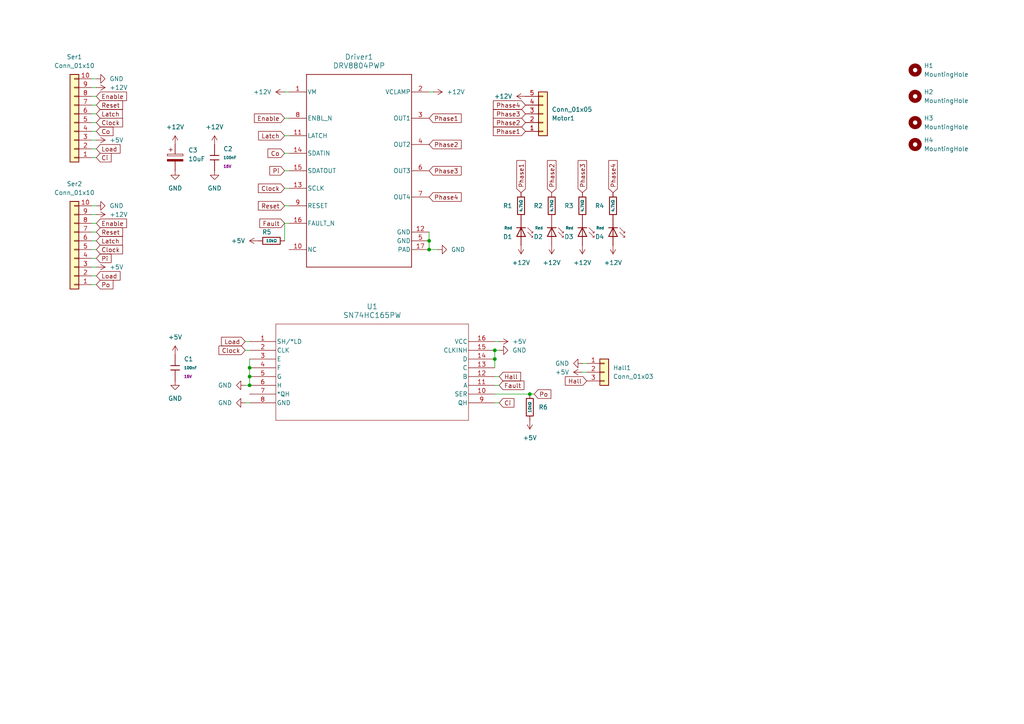
<source format=kicad_sch>
(kicad_sch (version 20250114) (generator "eeschema") (generator_version "9.0")
  (paper "A4")
  (lib_symbols
    (symbol "Connector_Generic:Conn_01x03" (pin_names (offset 1.016) (hide yes))
      (property "Reference" "J" (at 0 5.08 0))
      (property "Value" "Conn_01x03" (at 0 -5.08 0))
      (symbol "Conn_01x03_1_1"
        (rectangle (start -1.27 3.81) (end 1.27 -3.81) (stroke (width 0.254)) (fill (type background)))
        (rectangle (start -1.27 2.667) (end 0 2.413) (stroke (width 0.1524)))
        (rectangle (start -1.27 0.127) (end 0 -0.127) (stroke (width 0.1524)))
        (rectangle (start -1.27 -2.413) (end 0 -2.667) (stroke (width 0.1524)))
        (pin passive line (at -5.08 2.54 0) (length 3.81) (name "Pin_1") (number "1"))
        (pin passive line (at -5.08 0 0) (length 3.81) (name "Pin_2") (number "2"))
        (pin passive line (at -5.08 -2.54 0) (length 3.81) (name "Pin_3") (number "3"))
      )
    )
    (symbol "Connector_Generic:Conn_01x05" (pin_names (offset 1.016) (hide yes))
      (property "Reference" "J" (at 0 7.62 0))
      (property "Value" "Conn_01x05" (at 0 -7.62 0))
      (symbol "Conn_01x05_1_1"
        (rectangle (start -1.27 6.35) (end 1.27 -6.35) (stroke (width 0.254)) (fill (type background)))
        (rectangle (start -1.27 5.207) (end 0 4.953) (stroke (width 0.1524)))
        (rectangle (start -1.27 2.667) (end 0 2.413) (stroke (width 0.1524)))
        (rectangle (start -1.27 0.127) (end 0 -0.127) (stroke (width 0.1524)))
        (rectangle (start -1.27 -2.413) (end 0 -2.667) (stroke (width 0.1524)))
        (rectangle (start -1.27 -4.953) (end 0 -5.207) (stroke (width 0.1524)))
        (pin passive line (at -5.08 5.08 0) (length 3.81) (name "Pin_1") (number "1"))
        (pin passive line (at -5.08 2.54 0) (length 3.81) (name "Pin_2") (number "2"))
        (pin passive line (at -5.08 0 0) (length 3.81) (name "Pin_3") (number "3"))
        (pin passive line (at -5.08 -2.54 0) (length 3.81) (name "Pin_4") (number "4"))
        (pin passive line (at -5.08 -5.08 0) (length 3.81) (name "Pin_5") (number "5"))
      )
    )
    (symbol "Connector_Generic:Conn_01x10" (pin_names (offset 1.016) (hide yes))
      (property "Reference" "J" (at 0 12.7 0))
      (property "Value" "Conn_01x10" (at 0 -15.24 0))
      (symbol "Conn_01x10_1_1"
        (rectangle (start -1.27 11.43) (end 1.27 -13.97) (stroke (width 0.254)) (fill (type background)))
        (rectangle (start -1.27 10.287) (end 0 10.033) (stroke (width 0.1524)))
        (rectangle (start -1.27 7.747) (end 0 7.493) (stroke (width 0.1524)))
        (rectangle (start -1.27 5.207) (end 0 4.953) (stroke (width 0.1524)))
        (rectangle (start -1.27 2.667) (end 0 2.413) (stroke (width 0.1524)))
        (rectangle (start -1.27 0.127) (end 0 -0.127) (stroke (width 0.1524)))
        (rectangle (start -1.27 -2.413) (end 0 -2.667) (stroke (width 0.1524)))
        (rectangle (start -1.27 -4.953) (end 0 -5.207) (stroke (width 0.1524)))
        (rectangle (start -1.27 -7.493) (end 0 -7.747) (stroke (width 0.1524)))
        (rectangle (start -1.27 -10.033) (end 0 -10.287) (stroke (width 0.1524)))
        (rectangle (start -1.27 -12.573) (end 0 -12.827) (stroke (width 0.1524)))
        (pin passive line (at -5.08 10.16 0) (length 3.81) (name "Pin_1") (number "1"))
        (pin passive line (at -5.08 7.62 0) (length 3.81) (name "Pin_2") (number "2"))
        (pin passive line (at -5.08 5.08 0) (length 3.81) (name "Pin_3") (number "3"))
        (pin passive line (at -5.08 2.54 0) (length 3.81) (name "Pin_4") (number "4"))
        (pin passive line (at -5.08 0 0) (length 3.81) (name "Pin_5") (number "5"))
        (pin passive line (at -5.08 -2.54 0) (length 3.81) (name "Pin_6") (number "6"))
        (pin passive line (at -5.08 -5.08 0) (length 3.81) (name "Pin_7") (number "7"))
        (pin passive line (at -5.08 -7.62 0) (length 3.81) (name "Pin_8") (number "8"))
        (pin passive line (at -5.08 -10.16 0) (length 3.81) (name "Pin_9") (number "9"))
        (pin passive line (at -5.08 -12.7 0) (length 3.81) (name "Pin_10") (number "10"))
      )
    )
    (symbol "DRV8804:DRV8804PWP" (pin_names (offset 0.254))
      (property "Reference" "U" (at 0 2.54 0))
      (property "Value" "DRV8804PWP" (at 0 0 0))
      (symbol "DRV8804PWP_0_1"
        (polyline (pts (xy -15.24 27.94) (xy -15.24 -27.94)) (stroke (width 0.2032)))
        (polyline (pts (xy -15.24 -27.94) (xy 15.24 -27.94)) (stroke (width 0.2032)))
        (polyline (pts (xy 15.24 27.94) (xy -15.24 27.94)) (stroke (width 0.2032)))
        (polyline (pts (xy 15.24 -27.94) (xy 15.24 27.94)) (stroke (width 0.2032)))
        (pin power_in line (at -20.32 22.86 0) (length 5.08) (name "VM") (number "1"))
        (pin input line (at -20.32 15.24 0) (length 5.08) (name "ENBL_N") (number "8"))
        (pin input line (at -20.32 10.16 0) (length 5.08) (name "LATCH") (number "11"))
        (pin input line (at -20.32 5.08 0) (length 5.08) (name "SDATIN") (number "14"))
        (pin output line (at -20.32 0 0) (length 5.08) (name "SDATOUT") (number "15"))
        (pin input line (at -20.32 -5.08 0) (length 5.08) (name "SCLK") (number "13"))
        (pin input line (at -20.32 -10.16 0) (length 5.08) (name "RESET") (number "9"))
        (pin output line (at -20.32 -15.24 0) (length 5.08) (name "FAULT_N") (number "16"))
        (pin unspecified line (at -20.32 -22.86 0) (length 5.08) (name "NC") (number "10"))
        (pin output line (at 20.32 22.86 180) (length 5.08) (name "VCLAMP") (number "2"))
        (pin output line (at 20.32 15.24 180) (length 5.08) (name "OUT1") (number "3"))
        (pin output line (at 20.32 7.62 180) (length 5.08) (name "OUT2") (number "4"))
        (pin output line (at 20.32 0 180) (length 5.08) (name "OUT3") (number "6"))
        (pin output line (at 20.32 -7.62 180) (length 5.08) (name "OUT4") (number "7"))
        (pin power_in line (at 20.32 -17.78 180) (length 5.08) (name "GND") (number "12"))
        (pin power_in line (at 20.32 -20.32 180) (length 5.08) (name "GND") (number "5"))
        (pin power_in line (at 20.32 -22.86 180) (length 5.08) (name "PAD") (number "17"))
      )
    )
    (symbol "Device:C_Polarized" (pin_numbers (hide yes)) (pin_names (offset 0.254))
      (property "Reference" "C" (at 0.635 2.54 0))
      (property "Value" "C_Polarized" (at 0.635 -2.54 0))
      (symbol "C_Polarized_0_1"
        (rectangle (start -2.286 0.508) (end 2.286 1.016))
        (polyline (pts (xy -1.778 2.286) (xy -0.762 2.286)))
        (polyline (pts (xy -1.27 2.794) (xy -1.27 1.778)))
        (rectangle (start 2.286 -0.508) (end -2.286 -1.016) (fill (type outline)))
      )
      (symbol "C_Polarized_1_1"
        (pin passive line (at 0 3.81 270) (length 2.794) (name "~") (number "1"))
        (pin passive line (at 0 -3.81 90) (length 2.794) (name "~") (number "2"))
      )
    )
    (symbol "Mechanical:MountingHole" (pin_names (offset 1.016)) (in_bom no)
      (property "Reference" "H" (at 0 5.08 0))
      (property "Value" "MountingHole" (at 0 3.175 0))
      (symbol "MountingHole_0_1"
        (circle (center 0 0) (radius 1.27) (stroke (width 1.27)))
      )
    )
    (symbol "PCM_JLCPCB-Capacitors:0402,100nF" (pin_numbers (hide yes)) (pin_names (offset 0))
      (property "Reference" "C" (at 2.032 1.668 0))
      (property "Value" "100nF" (at 2.032 -0.3782 0))
      (property "Voltage Rated" "16V" (at 2.032 -2.0462 0))
      (symbol "0402,100nF_0_1"
        (polyline (pts (xy -1.27 0.635) (xy 1.27 0.635)) (stroke (width 0.254)))
        (polyline (pts (xy -1.27 -0.635) (xy 1.27 -0.635)) (stroke (width 0.254)))
      )
      (symbol "0402,100nF_1_1"
        (pin passive line (at 0 3.81 270) (length 3.175) (name "~") (number "1"))
        (pin passive line (at 0 -3.81 90) (length 3.175) (name "~") (number "2"))
      )
    )
    (symbol "PCM_JLCPCB-Diodes:LED,0603,Red" (pin_numbers (hide yes)) (pin_names (offset 0))
      (property "Reference" "D" (at 2.032 0.834 0))
      (property "Value" "Red" (at 2.032 -1.2122 0))
      (symbol "LED,0603,Red_0_1"
        (polyline (pts (xy -1.905 0) (xy -3.429 1.524) (xy -3.429 1.016) (xy -3.429 1.524) (xy -2.921 1.524)) (stroke (width 0.127)))
        (polyline (pts (xy -1.905 -1.27) (xy -3.429 0.254) (xy -3.429 -0.254) (xy -3.429 0.254) (xy -2.921 0.254)) (stroke (width 0.127)))
        (polyline (pts (xy -1.27 1.27) (xy 0 -1.27) (xy 1.27 1.27) (xy -1.27 1.27)) (stroke (width 0.254)))
        (polyline (pts (xy -1.27 -1.27) (xy 1.27 -1.27)) (stroke (width 0.254)))
      )
      (symbol "LED,0603,Red_1_1"
        (pin passive line (at 0 3.81 270) (length 3.81) (name "~") (number "2"))
        (pin passive line (at 0 -3.81 90) (length 3.81) (name "~") (number "1"))
      )
    )
    (symbol "PCM_JLCPCB-Resistors:0402,10kΩ" (pin_numbers (hide yes)) (pin_names (offset 0))
      (property "Reference" "R" (at 1.778 0 0))
      (property "Value" "10kΩ" (at 0 0 90))
      (symbol "0402,10kΩ_0_1"
        (rectangle (start -1.016 2.54) (end 1.016 -2.54) (stroke (width 0.254)))
      )
      (symbol "0402,10kΩ_1_1"
        (pin passive line (at 0 3.81 270) (length 1.27) (name "~") (number "1"))
        (pin passive line (at 0 -3.81 90) (length 1.27) (name "~") (number "2"))
      )
    )
    (symbol "PCM_JLCPCB-Resistors:0603,4.7kΩ" (pin_numbers (hide yes)) (pin_names (offset 0))
      (property "Reference" "R" (at 1.778 0 0))
      (property "Value" "4.7kΩ" (at 0 0 90))
      (symbol "0603,4.7kΩ_0_1"
        (rectangle (start -1.016 2.54) (end 1.016 -2.54) (stroke (width 0.254)))
      )
      (symbol "0603,4.7kΩ_1_1"
        (pin passive line (at 0 3.81 270) (length 1.27) (name "~") (number "1"))
        (pin passive line (at 0 -3.81 90) (length 1.27) (name "~") (number "2"))
      )
    )
    (symbol "SN74HC165:SN74HC165PW" (pin_names (offset 0.254))
      (property "Reference" "U" (at 35.56 10.16 0))
      (property "Value" "SN74HC165PW" (at 35.56 7.62 0))
      (symbol "SN74HC165PW_0_1"
        (polyline (pts (xy 7.62 5.08) (xy 7.62 -22.86)) (stroke (width 0.127)))
        (polyline (pts (xy 7.62 -22.86) (xy 63.5 -22.86)) (stroke (width 0.127)))
        (polyline (pts (xy 63.5 5.08) (xy 7.62 5.08)) (stroke (width 0.127)))
        (polyline (pts (xy 63.5 -22.86) (xy 63.5 5.08)) (stroke (width 0.127)))
        (pin input line (at 0 0 0) (length 7.62) (name "SH/*LD") (number "1"))
        (pin input line (at 0 -2.54 0) (length 7.62) (name "CLK") (number "2"))
        (pin input line (at 0 -5.08 0) (length 7.62) (name "E") (number "3"))
        (pin input line (at 0 -7.62 0) (length 7.62) (name "F") (number "4"))
        (pin input line (at 0 -10.16 0) (length 7.62) (name "G") (number "5"))
        (pin input line (at 0 -12.7 0) (length 7.62) (name "H") (number "6"))
        (pin output line (at 0 -15.24 0) (length 7.62) (name "*QH") (number "7"))
        (pin power_in line (at 0 -17.78 0) (length 7.62) (name "GND") (number "8"))
        (pin power_in line (at 71.12 0 180) (length 7.62) (name "VCC") (number "16"))
        (pin input line (at 71.12 -2.54 180) (length 7.62) (name "CLKINH") (number "15"))
        (pin input line (at 71.12 -5.08 180) (length 7.62) (name "D") (number "14"))
        (pin input line (at 71.12 -7.62 180) (length 7.62) (name "C") (number "13"))
        (pin input line (at 71.12 -10.16 180) (length 7.62) (name "B") (number "12"))
        (pin input line (at 71.12 -12.7 180) (length 7.62) (name "A") (number "11"))
        (pin input line (at 71.12 -15.24 180) (length 7.62) (name "SER") (number "10"))
        (pin output line (at 71.12 -17.78 180) (length 7.62) (name "QH") (number "9"))
      )
    )
    (symbol "power:+12V" (power) (pin_numbers (hide yes)) (pin_names (offset 0) (hide yes))
      (property "Value" "+12V" (at 0 3.556 0))
      (symbol "+12V_0_1"
        (polyline (pts (xy -0.762 1.27) (xy 0 2.54)))
        (polyline (pts (xy 0 2.54) (xy 0.762 1.27)))
        (polyline (pts (xy 0 0) (xy 0 2.54)))
      )
      (symbol "+12V_1_1"
        (pin power_in line (at 0 0 90) (length 0) (name "~") (number "1"))
      )
    )
    (symbol "power:+5V" (power) (pin_numbers (hide yes)) (pin_names (offset 0) (hide yes))
      (property "Value" "+5V" (at 0 3.556 0))
      (symbol "+5V_0_1"
        (polyline (pts (xy -0.762 1.27) (xy 0 2.54)))
        (polyline (pts (xy 0 2.54) (xy 0.762 1.27)))
        (polyline (pts (xy 0 0) (xy 0 2.54)))
      )
      (symbol "+5V_1_1"
        (pin power_in line (at 0 0 90) (length 0) (name "~") (number "1"))
      )
    )
    (symbol "power:GND" (power) (pin_numbers (hide yes)) (pin_names (offset 0) (hide yes))
      (property "Value" "GND" (at 0 -3.81 0))
      (symbol "GND_0_1"
        (polyline (pts (xy 0 0) (xy 0 -1.27) (xy 1.27 -1.27) (xy 0 -2.54) (xy -1.27 -1.27) (xy 0 -1.27)))
      )
      (symbol "GND_1_1"
        (pin power_in line (at 0 0 270) (length 0) (name "~") (number "1"))
      )
    )
  )
  (junction (at 143.51 101.6))
  (junction (at 72.39 109.22))
  (junction (at 143.51 104.14))
  (junction (at 153.67 114.3))
  (junction (at 72.39 111.76))
  (junction (at 124.46 72.39))
  (junction (at 124.46 69.85))
  (junction (at 72.39 106.68))
  (wire (pts (xy 82.55 34.29) (xy 83.82 34.29)))
  (wire (pts (xy 124.46 67.31) (xy 124.46 69.85)))
  (wire (pts (xy 26.67 45.72) (xy 27.94 45.72)))
  (wire (pts (xy 82.55 44.45) (xy 83.82 44.45)))
  (wire (pts (xy 71.12 111.76) (xy 72.39 111.76)))
  (wire (pts (xy 71.12 99.06) (xy 72.39 99.06)))
  (wire (pts (xy 72.39 109.22) (xy 72.39 111.76)))
  (wire (pts (xy 82.55 54.61) (xy 83.82 54.61)))
  (wire (pts (xy 82.55 49.53) (xy 83.82 49.53)))
  (wire (pts (xy 143.51 99.06) (xy 144.78 99.06)))
  (wire (pts (xy 27.94 64.77) (xy 26.67 64.77)))
  (wire (pts (xy 153.67 114.3) (xy 154.94 114.3)))
  (wire (pts (xy 27.94 69.85) (xy 26.67 69.85)))
  (wire (pts (xy 26.67 38.1) (xy 27.94 38.1)))
  (wire (pts (xy 72.39 104.14) (xy 72.39 106.68)))
  (wire (pts (xy 168.91 105.41) (xy 170.18 105.41)))
  (wire (pts (xy 26.67 59.69) (xy 27.94 59.69)))
  (wire (pts (xy 26.67 22.86) (xy 27.94 22.86)))
  (wire (pts (xy 82.55 64.77) (xy 83.82 64.77)))
  (wire (pts (xy 143.51 116.84) (xy 144.78 116.84)))
  (wire (pts (xy 143.51 101.6) (xy 144.78 101.6)))
  (wire (pts (xy 27.94 67.31) (xy 26.67 67.31)))
  (wire (pts (xy 144.78 111.76) (xy 143.51 111.76)))
  (wire (pts (xy 124.46 69.85) (xy 124.46 72.39)))
  (wire (pts (xy 144.78 109.22) (xy 143.51 109.22)))
  (wire (pts (xy 143.51 114.3) (xy 153.67 114.3)))
  (wire (pts (xy 82.55 39.37) (xy 83.82 39.37)))
  (wire (pts (xy 125.73 26.67) (xy 124.46 26.67)))
  (wire (pts (xy 26.67 82.55) (xy 27.94 82.55)))
  (wire (pts (xy 124.46 72.39) (xy 127 72.39)))
  (wire (pts (xy 26.67 62.23) (xy 27.94 62.23)))
  (wire (pts (xy 82.55 59.69) (xy 83.82 59.69)))
  (wire (pts (xy 26.67 25.4) (xy 27.94 25.4)))
  (wire (pts (xy 26.67 74.93) (xy 27.94 74.93)))
  (wire (pts (xy 27.94 27.94) (xy 26.67 27.94)))
  (wire (pts (xy 143.51 101.6) (xy 143.51 104.14)))
  (wire (pts (xy 71.12 101.6) (xy 72.39 101.6)))
  (wire (pts (xy 26.67 77.47) (xy 27.94 77.47)))
  (wire (pts (xy 82.55 26.67) (xy 83.82 26.67)))
  (wire (pts (xy 27.94 72.39) (xy 26.67 72.39)))
  (wire (pts (xy 26.67 43.18) (xy 27.94 43.18)))
  (wire (pts (xy 27.94 33.02) (xy 26.67 33.02)))
  (wire (pts (xy 27.94 35.56) (xy 26.67 35.56)))
  (wire (pts (xy 71.12 116.84) (xy 72.39 116.84)))
  (wire (pts (xy 72.39 106.68) (xy 72.39 109.22)))
  (wire (pts (xy 27.94 30.48) (xy 26.67 30.48)))
  (wire (pts (xy 26.67 80.01) (xy 27.94 80.01)))
  (wire (pts (xy 168.91 107.95) (xy 170.18 107.95)))
  (wire (pts (xy 26.67 40.64) (xy 27.94 40.64)))
  (wire (pts (xy 143.51 104.14) (xy 143.51 106.68)))
  (wire (pts (xy 82.55 64.77) (xy 82.55 69.85)))
  (global_label "Latch" (shape input) (at 27.94 69.85 0) (property "Intersheetrefs" "${INTERSHEET_REFS}" (effects (hide yes))))
  (global_label "Pi" (shape input) (at 82.55 49.53 180) (property "Intersheetrefs" "${INTERSHEET_REFS}" (effects (hide yes))))
  (global_label "Phase2" (shape input) (at 124.46 41.91 0) (property "Intersheetrefs" "${INTERSHEET_REFS}" (effects (hide yes))))
  (global_label "Ci" (shape input) (at 144.78 116.84 0) (property "Intersheetrefs" "${INTERSHEET_REFS}" (effects (hide yes))))
  (global_label "Phase3" (shape input) (at 124.46 49.53 0) (property "Intersheetrefs" "${INTERSHEET_REFS}" (effects (hide yes))))
  (global_label "Reset" (shape input) (at 27.94 67.31 0) (property "Intersheetrefs" "${INTERSHEET_REFS}" (effects (hide yes))))
  (global_label "Pi" (shape input) (at 27.94 74.93 0) (property "Intersheetrefs" "${INTERSHEET_REFS}" (effects (hide yes))))
  (global_label "Fault" (shape input) (at 144.78 111.76 0) (property "Intersheetrefs" "${INTERSHEET_REFS}" (effects (hide yes))))
  (global_label "Phase2" (shape input) (at 160.02 55.88 90) (property "Intersheetrefs" "${INTERSHEET_REFS}" (effects (hide yes))))
  (global_label "Hall" (shape input) (at 144.78 109.22 0) (property "Intersheetrefs" "${INTERSHEET_REFS}" (effects (hide yes))))
  (global_label "Ci" (shape input) (at 27.94 45.72 0) (property "Intersheetrefs" "${INTERSHEET_REFS}" (effects (hide yes))))
  (global_label "Po" (shape input) (at 154.94 114.3 0) (property "Intersheetrefs" "${INTERSHEET_REFS}" (effects (hide yes))))
  (global_label "Phase4" (shape input) (at 177.8 55.88 90) (property "Intersheetrefs" "${INTERSHEET_REFS}" (effects (hide yes))))
  (global_label "Enable" (shape input) (at 27.94 27.94 0) (property "Intersheetrefs" "${INTERSHEET_REFS}" (effects (hide yes))))
  (global_label "Latch" (shape input) (at 27.94 33.02 0) (property "Intersheetrefs" "${INTERSHEET_REFS}" (effects (hide yes))))
  (global_label "Phase1" (shape input) (at 151.13 55.88 90) (property "Intersheetrefs" "${INTERSHEET_REFS}" (effects (hide yes))))
  (global_label "Enable" (shape input) (at 27.94 64.77 0) (property "Intersheetrefs" "${INTERSHEET_REFS}" (effects (hide yes))))
  (global_label "Latch" (shape input) (at 82.55 39.37 180) (property "Intersheetrefs" "${INTERSHEET_REFS}" (effects (hide yes))))
  (global_label "Fault" (shape input) (at 82.55 64.77 180) (property "Intersheetrefs" "${INTERSHEET_REFS}" (effects (hide yes))))
  (global_label "Clock" (shape input) (at 27.94 72.39 0) (property "Intersheetrefs" "${INTERSHEET_REFS}" (effects (hide yes))))
  (global_label "Phase4" (shape input) (at 152.4 30.48 180) (property "Intersheetrefs" "${INTERSHEET_REFS}" (effects (hide yes))))
  (global_label "Reset" (shape input) (at 27.94 30.48 0) (property "Intersheetrefs" "${INTERSHEET_REFS}" (effects (hide yes))))
  (global_label "Clock" (shape input) (at 71.12 101.6 180) (property "Intersheetrefs" "${INTERSHEET_REFS}" (effects (hide yes))))
  (global_label "Hall" (shape input) (at 170.18 110.49 180) (property "Intersheetrefs" "${INTERSHEET_REFS}" (effects (hide yes))))
  (global_label "Enable" (shape input) (at 82.55 34.29 180) (property "Intersheetrefs" "${INTERSHEET_REFS}" (effects (hide yes))))
  (global_label "Load" (shape input) (at 27.94 43.18 0) (property "Intersheetrefs" "${INTERSHEET_REFS}" (effects (hide yes))))
  (global_label "Phase1" (shape input) (at 152.4 38.1 180) (property "Intersheetrefs" "${INTERSHEET_REFS}" (effects (hide yes))))
  (global_label "Phase3" (shape input) (at 168.91 55.88 90) (property "Intersheetrefs" "${INTERSHEET_REFS}" (effects (hide yes))))
  (global_label "Co" (shape input) (at 27.94 38.1 0) (property "Intersheetrefs" "${INTERSHEET_REFS}" (effects (hide yes))))
  (global_label "Phase3" (shape input) (at 152.4 33.02 180) (property "Intersheetrefs" "${INTERSHEET_REFS}" (effects (hide yes))))
  (global_label "Clock" (shape input) (at 27.94 35.56 0) (property "Intersheetrefs" "${INTERSHEET_REFS}" (effects (hide yes))))
  (global_label "Load" (shape input) (at 27.94 80.01 0) (property "Intersheetrefs" "${INTERSHEET_REFS}" (effects (hide yes))))
  (global_label "Phase1" (shape input) (at 124.46 34.29 0) (property "Intersheetrefs" "${INTERSHEET_REFS}" (effects (hide yes))))
  (global_label "Co" (shape input) (at 82.55 44.45 180) (property "Intersheetrefs" "${INTERSHEET_REFS}" (effects (hide yes))))
  (global_label "Po" (shape input) (at 27.94 82.55 0) (property "Intersheetrefs" "${INTERSHEET_REFS}" (effects (hide yes))))
  (global_label "Reset" (shape input) (at 82.55 59.69 180) (property "Intersheetrefs" "${INTERSHEET_REFS}" (effects (hide yes))))
  (global_label "Load" (shape input) (at 71.12 99.06 180) (property "Intersheetrefs" "${INTERSHEET_REFS}" (effects (hide yes))))
  (global_label "Phase2" (shape input) (at 152.4 35.56 180) (property "Intersheetrefs" "${INTERSHEET_REFS}" (effects (hide yes))))
  (global_label "Clock" (shape input) (at 82.55 54.61 180) (property "Intersheetrefs" "${INTERSHEET_REFS}" (effects (hide yes))))
  (global_label "Phase4" (shape input) (at 124.46 57.15 0) (property "Intersheetrefs" "${INTERSHEET_REFS}" (effects (hide yes))))
  (symbol (lib_id "power:GND") (at 144.78 101.6 90) (unit 1)
    (property "Reference" "#PWR010" (effects (hide yes)))
    (property "Value" "GND" (at 148.59 101.5999 90) (effects (justify right)))
    (property "Description" "Power symbol creates a global label with name \"GND\" , ground" (effects (hide yes)))
  )
  (symbol (lib_id "power:+5V") (at 50.8 102.87 0) (unit 1)
    (property "Reference" "#PWR021" (effects (hide yes)))
    (property "Value" "+5V" (at 50.8 97.79 0))
    (property "Description" "Power symbol creates a global label with name \"+5V\"" (effects (hide yes)))
  )
  (symbol (lib_id "PCM_JLCPCB-Resistors:0603,4.7kΩ") (at 168.91 59.69 180) (unit 1)
    (property "Reference" "R3" (at 166.37 59.6901 0) (effects (justify left)))
    (property "Value" "4.7kΩ" (at 168.91 59.69 90) (effects (font (size 0.8 0.8))))
    (property "Footprint" "PCM_JLCPCB:R_0603" (effects (hide yes)))
    (property "Datasheet" "https://www.lcsc.com/datasheet/lcsc_datasheet_2206010116_UNI-ROYAL-Uniroyal-Elec-0603WAF4701T5E_C23162.pdf" (effects (hide yes)))
    (property "Description" "100mW Thick Film Resistors 75V ±100ppm/°C ±1% 4.7kΩ 0603 Chip Resistor - Surface Mount ROHS" (effects (hide yes)))
    (property "LCSC" "C23162" (effects (hide yes)))
    (property "Stock" "11302490" (effects (hide yes)))
    (property "Price" "0.004USD" (effects (hide yes)))
    (property "Process" "SMT" (effects (hide yes)))
    (property "Minimum Qty" "20" (effects (hide yes)))
    (property "Attrition Qty" "10" (effects (hide yes)))
    (property "Class" "Basic Component" (effects (hide yes)))
    (property "Category" "Resistors,Chip Resistor - Surface Mount" (effects (hide yes)))
    (property "Manufacturer" "UNI-ROYAL(Uniroyal Elec)" (effects (hide yes)))
    (property "Part" "0603WAF4701T5E" (effects (hide yes)))
    (property "Resistance" "4.7kΩ" (effects (hide yes)))
    (property "Power(Watts)" "100mW" (effects (hide yes)))
    (property "Type" "Thick Film Resistors" (effects (hide yes)))
    (property "Overload Voltage (Max)" "75V" (effects (hide yes)))
    (property "Operating Temperature Range" "-55°C~+155°C" (effects (hide yes)))
    (property "Tolerance" "±1%" (effects (hide yes)))
    (property "Temperature Coefficient" "±100ppm/°C" (effects (hide yes)))
  )
  (symbol (lib_id "power:GND") (at 27.94 22.86 90) (unit 1)
    (property "Reference" "#PWR015" (effects (hide yes)))
    (property "Value" "GND" (at 31.75 22.8599 90) (effects (justify right)))
    (property "Description" "Power symbol creates a global label with name \"GND\" , ground" (effects (hide yes)))
  )
  (symbol (lib_id "DRV8804:DRV8804PWP") (at 104.14 49.53 0) (unit 1)
    (property "Reference" "Driver1" (at 104.14 16.51 0) (effects (font (size 1.524 1.524))))
    (property "Value" "DRV8804PWP" (at 104.14 19.05 0) (effects (font (size 1.524 1.524))))
    (property "Footprint" "Package_SO:HTSSOP-16-1EP_4.4x5mm_P0.65mm_EP3.4x5mm" (effects (hide yes)))
    (property "Datasheet" "https://www.ti.com/lit/gpn/drv8804" (effects (hide yes)))
  )
  (symbol (lib_id "Connector_Generic:Conn_01x10") (at 21.59 35.56 180) (unit 1)
    (property "Reference" "Ser1" (at 21.59 16.51 0))
    (property "Value" "Conn_01x10" (at 21.59 19.05 0))
    (property "Footprint" "Connector_JST:JST_XA_B10B-XASK-1_1x10_P2.50mm_Vertical" (effects (hide yes)))
    (property "Description" "Generic connector, single row, 01x10, script generated (kicad-library-utils/schlib/autogen/connector/)" (effects (hide yes)))
  )
  (symbol (lib_id "PCM_JLCPCB-Resistors:0402,10kΩ") (at 153.67 118.11 0) (unit 1)
    (property "Reference" "R6" (at 156.21 118.1099 0) (effects (justify left)))
    (property "Value" "10kΩ" (at 153.67 118.11 90) (effects (font (size 0.8 0.8))))
    (property "Footprint" "PCM_JLCPCB:R_0402" (effects (hide yes)))
    (property "Datasheet" "https://www.lcsc.com/datasheet/lcsc_datasheet_2411221126_UNI-ROYAL-Uniroyal-Elec-0402WGF1002TCE_C25744.pdf" (effects (hide yes)))
    (property "Description" "62.5mW Thick Film Resistors 50V ±100ppm/°C ±1% 10kΩ 0402 Chip Resistor - Surface Mount ROHS" (effects (hide yes)))
    (property "LCSC" "C25744" (effects (hide yes)))
    (property "Stock" "24372091" (effects (hide yes)))
    (property "Price" "0.004USD" (effects (hide yes)))
    (property "Process" "SMT" (effects (hide yes)))
    (property "Minimum Qty" "20" (effects (hide yes)))
    (property "Attrition Qty" "10" (effects (hide yes)))
    (property "Class" "Basic Component" (effects (hide yes)))
    (property "Category" "Resistors,Chip Resistor - Surface Mount" (effects (hide yes)))
    (property "Manufacturer" "UNI-ROYAL(Uniroyal Elec)" (effects (hide yes)))
    (property "Part" "0402WGF1002TCE" (effects (hide yes)))
    (property "Resistance" "10kΩ" (effects (hide yes)))
    (property "Power(Watts)" "62.5mW" (effects (hide yes)))
    (property "Type" "Thick Film Resistors" (effects (hide yes)))
    (property "Overload Voltage (Max)" "50V" (effects (hide yes)))
    (property "Operating Temperature Range" "-55°C~+155°C" (effects (hide yes)))
    (property "Tolerance" "±1%" (effects (hide yes)))
    (property "Temperature Coefficient" "±100ppm/°C" (effects (hide yes)))
  )
  (symbol (lib_id "power:+12V") (at 50.8 41.91 0) (unit 1)
    (property "Reference" "#PWR025" (effects (hide yes)))
    (property "Value" "+12V" (at 50.8 36.83 0))
    (property "Description" "Power symbol creates a global label with name \"+12V\"" (effects (hide yes)))
  )
  (symbol (lib_id "power:+12V") (at 168.91 71.12 180) (unit 1)
    (property "Reference" "#PWR06" (effects (hide yes)))
    (property "Value" "+12V" (at 168.91 76.2 0))
    (property "Description" "Power symbol creates a global label with name \"+12V\"" (effects (hide yes)))
  )
  (symbol (lib_id "power:GND") (at 62.23 49.53 0) (unit 1)
    (property "Reference" "#PWR024" (effects (hide yes)))
    (property "Value" "GND" (at 62.23 54.61 0))
    (property "Description" "Power symbol creates a global label with name \"GND\" , ground" (effects (hide yes)))
  )
  (symbol (lib_id "PCM_JLCPCB-Resistors:0603,4.7kΩ") (at 177.8 59.69 180) (unit 1)
    (property "Reference" "R4" (at 175.26 59.6901 0) (effects (justify left)))
    (property "Value" "4.7kΩ" (at 177.8 59.69 90) (effects (font (size 0.8 0.8))))
    (property "Footprint" "PCM_JLCPCB:R_0603" (effects (hide yes)))
    (property "Datasheet" "https://www.lcsc.com/datasheet/lcsc_datasheet_2206010116_UNI-ROYAL-Uniroyal-Elec-0603WAF4701T5E_C23162.pdf" (effects (hide yes)))
    (property "Description" "100mW Thick Film Resistors 75V ±100ppm/°C ±1% 4.7kΩ 0603 Chip Resistor - Surface Mount ROHS" (effects (hide yes)))
    (property "LCSC" "C23162" (effects (hide yes)))
    (property "Stock" "11302490" (effects (hide yes)))
    (property "Price" "0.004USD" (effects (hide yes)))
    (property "Process" "SMT" (effects (hide yes)))
    (property "Minimum Qty" "20" (effects (hide yes)))
    (property "Attrition Qty" "10" (effects (hide yes)))
    (property "Class" "Basic Component" (effects (hide yes)))
    (property "Category" "Resistors,Chip Resistor - Surface Mount" (effects (hide yes)))
    (property "Manufacturer" "UNI-ROYAL(Uniroyal Elec)" (effects (hide yes)))
    (property "Part" "0603WAF4701T5E" (effects (hide yes)))
    (property "Resistance" "4.7kΩ" (effects (hide yes)))
    (property "Power(Watts)" "100mW" (effects (hide yes)))
    (property "Type" "Thick Film Resistors" (effects (hide yes)))
    (property "Overload Voltage (Max)" "75V" (effects (hide yes)))
    (property "Operating Temperature Range" "-55°C~+155°C" (effects (hide yes)))
    (property "Tolerance" "±1%" (effects (hide yes)))
    (property "Temperature Coefficient" "±100ppm/°C" (effects (hide yes)))
  )
  (symbol (lib_id "power:GND") (at 127 72.39 90) (unit 1)
    (property "Reference" "#PWR01" (effects (hide yes)))
    (property "Value" "GND" (at 130.81 72.3899 90) (effects (justify right)))
    (property "Description" "Power symbol creates a global label with name \"GND\" , ground" (effects (hide yes)))
  )
  (symbol (lib_id "power:+12V") (at 62.23 41.91 0) (unit 1)
    (property "Reference" "#PWR023" (effects (hide yes)))
    (property "Value" "+12V" (at 62.23 36.83 0))
    (property "Description" "Power symbol creates a global label with name \"+12V\"" (effects (hide yes)))
  )
  (symbol (lib_id "power:GND") (at 168.91 105.41 270) (unit 1)
    (property "Reference" "#PWR013" (effects (hide yes)))
    (property "Value" "GND" (at 165.1 105.4099 90) (effects (justify right)))
    (property "Description" "Power symbol creates a global label with name \"GND\" , ground" (effects (hide yes)))
  )
  (symbol (lib_id "power:GND") (at 71.12 116.84 270) (unit 1)
    (property "Reference" "#PWR012" (effects (hide yes)))
    (property "Value" "GND" (at 67.31 116.8399 90) (effects (justify right)))
    (property "Description" "Power symbol creates a global label with name \"GND\" , ground" (effects (hide yes)))
  )
  (symbol (lib_id "PCM_JLCPCB-Diodes:LED,0603,Red") (at 151.13 67.31 180) (unit 1)
    (property "Reference" "D1" (at 148.59 68.6754 0) (effects (justify left)))
    (property "Value" "Red" (at 148.59 66.1353 0) (effects (font (size 0.8 0.8)) (justify left)))
    (property "Footprint" "PCM_JLCPCB:D_0603" (effects (hide yes)))
    (property "Datasheet" "https://www.lcsc.com/datasheet/lcsc_datasheet_1810231112_Hubei-KENTO-Elec-KT-0603R_C2286.pdf" (effects (hide yes)))
    (property "Description" "-40°C~+85°C Red 0603 LED Indication - Discrete ROHS" (effects (hide yes)))
    (property "LCSC" "C2286" (effects (hide yes)))
    (property "Stock" "5373336" (effects (hide yes)))
    (property "Price" "0.009USD" (effects (hide yes)))
    (property "Process" "SMT" (effects (hide yes)))
    (property "Minimum Qty" "20" (effects (hide yes)))
    (property "Attrition Qty" "10" (effects (hide yes)))
    (property "Class" "Basic Component" (effects (hide yes)))
    (property "Category" "Optocouplers & LEDs & Infrared,Light Emitting Diodes (LED)" (effects (hide yes)))
    (property "Manufacturer" "Hubei KENTO Elec" (effects (hide yes)))
    (property "Part" "KT-0603R" (effects (hide yes)))
  )
  (symbol (lib_id "PCM_JLCPCB-Resistors:0603,4.7kΩ") (at 151.13 59.69 180) (unit 1)
    (property "Reference" "R1" (at 148.59 59.6901 0) (effects (justify left)))
    (property "Value" "4.7kΩ" (at 151.13 59.69 90) (effects (font (size 0.8 0.8))))
    (property "Footprint" "PCM_JLCPCB:R_0603" (effects (hide yes)))
    (property "Datasheet" "https://www.lcsc.com/datasheet/lcsc_datasheet_2206010116_UNI-ROYAL-Uniroyal-Elec-0603WAF4701T5E_C23162.pdf" (effects (hide yes)))
    (property "Description" "100mW Thick Film Resistors 75V ±100ppm/°C ±1% 4.7kΩ 0603 Chip Resistor - Surface Mount ROHS" (effects (hide yes)))
    (property "LCSC" "C23162" (effects (hide yes)))
    (property "Stock" "11302490" (effects (hide yes)))
    (property "Price" "0.004USD" (effects (hide yes)))
    (property "Process" "SMT" (effects (hide yes)))
    (property "Minimum Qty" "20" (effects (hide yes)))
    (property "Attrition Qty" "10" (effects (hide yes)))
    (property "Class" "Basic Component" (effects (hide yes)))
    (property "Category" "Resistors,Chip Resistor - Surface Mount" (effects (hide yes)))
    (property "Manufacturer" "UNI-ROYAL(Uniroyal Elec)" (effects (hide yes)))
    (property "Part" "0603WAF4701T5E" (effects (hide yes)))
    (property "Resistance" "4.7kΩ" (effects (hide yes)))
    (property "Power(Watts)" "100mW" (effects (hide yes)))
    (property "Type" "Thick Film Resistors" (effects (hide yes)))
    (property "Overload Voltage (Max)" "75V" (effects (hide yes)))
    (property "Operating Temperature Range" "-55°C~+155°C" (effects (hide yes)))
    (property "Tolerance" "±1%" (effects (hide yes)))
    (property "Temperature Coefficient" "±100ppm/°C" (effects (hide yes)))
  )
  (symbol (lib_id "Mechanical:MountingHole") (at 265.43 20.32 0) (unit 1) (in_bom no)
    (property "Reference" "H1" (at 267.97 19.0499 0) (effects (justify left)))
    (property "Value" "MountingHole" (at 267.97 21.5899 0) (effects (justify left)))
    (property "Footprint" "MountingHole:MountingHole_2.2mm_M2_Pad_TopBottom" (effects (hide yes)))
    (property "Description" "Mounting Hole without connection" (effects (hide yes)))
  )
  (symbol (lib_id "Device:C_Polarized") (at 50.8 45.72 0) (unit 1)
    (property "Reference" "C3" (at 54.61 43.5609 0) (effects (justify left)))
    (property "Value" "10uF" (at 54.61 46.1009 0) (effects (justify left)))
    (property "Footprint" "Capacitor_THT:CP_Radial_D5.0mm_P2.00mm" (effects (hide yes)))
    (property "Description" "Polarized capacitor" (effects (hide yes)))
  )
  (symbol (lib_id "power:+5V") (at 27.94 40.64 270) (unit 1)
    (property "Reference" "#PWR016" (effects (hide yes)))
    (property "Value" "+5V" (at 31.75 40.6399 90) (effects (justify left)))
    (property "Description" "Power symbol creates a global label with name \"+5V\"" (effects (hide yes)))
  )
  (symbol (lib_id "Mechanical:MountingHole") (at 265.43 35.56 0) (unit 1) (in_bom no)
    (property "Reference" "H3" (at 267.97 34.2899 0) (effects (justify left)))
    (property "Value" "MountingHole" (at 267.97 36.8299 0) (effects (justify left)))
    (property "Footprint" "MountingHole:MountingHole_2.2mm_M2_Pad_TopBottom" (effects (hide yes)))
    (property "Description" "Mounting Hole without connection" (effects (hide yes)))
  )
  (symbol (lib_id "power:+5V") (at 27.94 77.47 270) (unit 1)
    (property "Reference" "#PWR020" (effects (hide yes)))
    (property "Value" "+5V" (at 31.75 77.4699 90) (effects (justify left)))
    (property "Description" "Power symbol creates a global label with name \"+5V\"" (effects (hide yes)))
  )
  (symbol (lib_id "power:+5V") (at 168.91 107.95 90) (unit 1)
    (property "Reference" "#PWR014" (effects (hide yes)))
    (property "Value" "+5V" (at 165.1 107.9499 90) (effects (justify left)))
    (property "Description" "Power symbol creates a global label with name \"+5V\"" (effects (hide yes)))
  )
  (symbol (lib_id "power:GND") (at 71.12 111.76 270) (unit 1)
    (property "Reference" "#PWR011" (effects (hide yes)))
    (property "Value" "GND" (at 67.31 111.7599 90) (effects (justify right)))
    (property "Description" "Power symbol creates a global label with name \"GND\" , ground" (effects (hide yes)))
  )
  (symbol (lib_id "PCM_JLCPCB-Diodes:LED,0603,Red") (at 160.02 67.31 180) (unit 1)
    (property "Reference" "D2" (at 157.48 68.6754 0) (effects (justify left)))
    (property "Value" "Red" (at 157.48 66.1353 0) (effects (font (size 0.8 0.8)) (justify left)))
    (property "Footprint" "PCM_JLCPCB:D_0603" (effects (hide yes)))
    (property "Datasheet" "https://www.lcsc.com/datasheet/lcsc_datasheet_1810231112_Hubei-KENTO-Elec-KT-0603R_C2286.pdf" (effects (hide yes)))
    (property "Description" "-40°C~+85°C Red 0603 LED Indication - Discrete ROHS" (effects (hide yes)))
    (property "LCSC" "C2286" (effects (hide yes)))
    (property "Stock" "5373336" (effects (hide yes)))
    (property "Price" "0.009USD" (effects (hide yes)))
    (property "Process" "SMT" (effects (hide yes)))
    (property "Minimum Qty" "20" (effects (hide yes)))
    (property "Attrition Qty" "10" (effects (hide yes)))
    (property "Class" "Basic Component" (effects (hide yes)))
    (property "Category" "Optocouplers & LEDs & Infrared,Light Emitting Diodes (LED)" (effects (hide yes)))
    (property "Manufacturer" "Hubei KENTO Elec" (effects (hide yes)))
    (property "Part" "KT-0603R" (effects (hide yes)))
  )
  (symbol (lib_id "SN74HC165:SN74HC165PW") (at 72.39 99.06 0) (unit 1)
    (property "Reference" "U1" (at 107.95 88.9 0) (effects (font (size 1.524 1.524))))
    (property "Value" "SN74HC165PW" (at 107.95 91.44 0) (effects (font (size 1.524 1.524))))
    (property "Footprint" "SN74HC165:PW16" (effects (hide yes)))
    (property "Datasheet" "https://www.ti.com/lit/gpn/sn74hc165" (effects (hide yes)))
  )
  (symbol (lib_id "power:GND") (at 50.8 110.49 0) (unit 1)
    (property "Reference" "#PWR022" (effects (hide yes)))
    (property "Value" "GND" (at 50.8 115.57 0))
    (property "Description" "Power symbol creates a global label with name \"GND\" , ground" (effects (hide yes)))
  )
  (symbol (lib_id "Connector_Generic:Conn_01x10") (at 21.59 72.39 180) (unit 1)
    (property "Reference" "Ser2" (at 21.59 53.34 0))
    (property "Value" "Conn_01x10" (at 21.59 55.88 0))
    (property "Footprint" "Connector_JST:JST_XA_B10B-XASK-1_1x10_P2.50mm_Vertical" (effects (hide yes)))
    (property "Description" "Generic connector, single row, 01x10, script generated (kicad-library-utils/schlib/autogen/connector/)" (effects (hide yes)))
  )
  (symbol (lib_id "PCM_JLCPCB-Resistors:0402,10kΩ") (at 78.74 69.85 90) (unit 1)
    (property "Reference" "R5" (at 78.7399 67.31 90) (effects (justify left)))
    (property "Value" "10kΩ" (at 78.74 69.85 90) (effects (font (size 0.8 0.8))))
    (property "Footprint" "PCM_JLCPCB:R_0402" (effects (hide yes)))
    (property "Datasheet" "https://www.lcsc.com/datasheet/lcsc_datasheet_2411221126_UNI-ROYAL-Uniroyal-Elec-0402WGF1002TCE_C25744.pdf" (effects (hide yes)))
    (property "Description" "62.5mW Thick Film Resistors 50V ±100ppm/°C ±1% 10kΩ 0402 Chip Resistor - Surface Mount ROHS" (effects (hide yes)))
    (property "LCSC" "C25744" (effects (hide yes)))
    (property "Stock" "24372091" (effects (hide yes)))
    (property "Price" "0.004USD" (effects (hide yes)))
    (property "Process" "SMT" (effects (hide yes)))
    (property "Minimum Qty" "20" (effects (hide yes)))
    (property "Attrition Qty" "10" (effects (hide yes)))
    (property "Class" "Basic Component" (effects (hide yes)))
    (property "Category" "Resistors,Chip Resistor - Surface Mount" (effects (hide yes)))
    (property "Manufacturer" "UNI-ROYAL(Uniroyal Elec)" (effects (hide yes)))
    (property "Part" "0402WGF1002TCE" (effects (hide yes)))
    (property "Resistance" "10kΩ" (effects (hide yes)))
    (property "Power(Watts)" "62.5mW" (effects (hide yes)))
    (property "Type" "Thick Film Resistors" (effects (hide yes)))
    (property "Overload Voltage (Max)" "50V" (effects (hide yes)))
    (property "Operating Temperature Range" "-55°C~+155°C" (effects (hide yes)))
    (property "Tolerance" "±1%" (effects (hide yes)))
    (property "Temperature Coefficient" "±100ppm/°C" (effects (hide yes)))
  )
  (symbol (lib_id "power:+12V") (at 151.13 71.12 180) (unit 1)
    (property "Reference" "#PWR04" (effects (hide yes)))
    (property "Value" "+12V" (at 151.13 76.2 0))
    (property "Description" "Power symbol creates a global label with name \"+12V\"" (effects (hide yes)))
  )
  (symbol (lib_id "power:+5V") (at 74.93 69.85 90) (unit 1)
    (property "Reference" "#PWR027" (effects (hide yes)))
    (property "Value" "+5V" (at 71.12 69.8499 90) (effects (justify left)))
    (property "Description" "Power symbol creates a global label with name \"+5V\"" (effects (hide yes)))
  )
  (symbol (lib_id "power:+12V") (at 27.94 25.4 270) (unit 1)
    (property "Reference" "#PWR017" (effects (hide yes)))
    (property "Value" "+12V" (at 31.75 25.3999 90) (effects (justify left)))
    (property "Description" "Power symbol creates a global label with name \"+12V\"" (effects (hide yes)))
  )
  (symbol (lib_id "power:+12V") (at 82.55 26.67 90) (unit 1)
    (property "Reference" "#PWR02" (effects (hide yes)))
    (property "Value" "+12V" (at 78.74 26.6699 90) (effects (justify left)))
    (property "Description" "Power symbol creates a global label with name \"+12V\"" (effects (hide yes)))
  )
  (symbol (lib_id "power:+12V") (at 177.8 71.12 180) (unit 1)
    (property "Reference" "#PWR07" (effects (hide yes)))
    (property "Value" "+12V" (at 177.8 76.2 0))
    (property "Description" "Power symbol creates a global label with name \"+12V\"" (effects (hide yes)))
  )
  (symbol (lib_id "power:GND") (at 50.8 49.53 0) (unit 1)
    (property "Reference" "#PWR026" (effects (hide yes)))
    (property "Value" "GND" (at 50.8 54.61 0))
    (property "Description" "Power symbol creates a global label with name \"GND\" , ground" (effects (hide yes)))
  )
  (symbol (lib_id "power:+12V") (at 160.02 71.12 180) (unit 1)
    (property "Reference" "#PWR05" (effects (hide yes)))
    (property "Value" "+12V" (at 160.02 76.2 0))
    (property "Description" "Power symbol creates a global label with name \"+12V\"" (effects (hide yes)))
  )
  (symbol (lib_id "PCM_JLCPCB-Capacitors:0402,100nF") (at 62.23 45.72 0) (unit 1)
    (property "Reference" "C2" (at 64.77 43.1799 0) (effects (justify left)))
    (property "Value" "100nF" (at 64.77 45.72 0) (effects (font (size 0.8 0.8)) (justify left)))
    (property "Footprint" "PCM_JLCPCB:C_0402" (effects (hide yes)))
    (property "Datasheet" "https://www.lcsc.com/datasheet/lcsc_datasheet_2304140030_Samsung-Electro-Mechanics-CL05B104KO5NNNC_C1525.pdf" (effects (hide yes)))
    (property "Description" "16V 100nF X7R ±10% 0402 Multilayer Ceramic Capacitors MLCC - SMD/SMT ROHS" (effects (hide yes)))
    (property "LCSC" "C1525" (effects (hide yes)))
    (property "Stock" "20208285" (effects (hide yes)))
    (property "Price" "0.004USD" (effects (hide yes)))
    (property "Process" "SMT" (effects (hide yes)))
    (property "Minimum Qty" "20" (effects (hide yes)))
    (property "Attrition Qty" "10" (effects (hide yes)))
    (property "Class" "Basic Component" (effects (hide yes)))
    (property "Category" "Capacitors,Multilayer Ceramic Capacitors MLCC - SMD/SMT" (effects (hide yes)))
    (property "Manufacturer" "Samsung Electro-Mechanics" (effects (hide yes)))
    (property "Part" "CL05B104KO5NNNC" (effects (hide yes)))
    (property "Voltage Rated" "16V" (at 64.77 48.26 0) (effects (font (size 0.8 0.8)) (justify left)))
    (property "Tolerance" "±10%" (effects (hide yes)))
    (property "Capacitance" "100nF" (effects (hide yes)))
    (property "Temperature Coefficient" "X7R" (effects (hide yes)))
  )
  (symbol (lib_id "PCM_JLCPCB-Resistors:0603,4.7kΩ") (at 160.02 59.69 180) (unit 1)
    (property "Reference" "R2" (at 157.48 59.6901 0) (effects (justify left)))
    (property "Value" "4.7kΩ" (at 160.02 59.69 90) (effects (font (size 0.8 0.8))))
    (property "Footprint" "PCM_JLCPCB:R_0603" (effects (hide yes)))
    (property "Datasheet" "https://www.lcsc.com/datasheet/lcsc_datasheet_2206010116_UNI-ROYAL-Uniroyal-Elec-0603WAF4701T5E_C23162.pdf" (effects (hide yes)))
    (property "Description" "100mW Thick Film Resistors 75V ±100ppm/°C ±1% 4.7kΩ 0603 Chip Resistor - Surface Mount ROHS" (effects (hide yes)))
    (property "LCSC" "C23162" (effects (hide yes)))
    (property "Stock" "11302490" (effects (hide yes)))
    (property "Price" "0.004USD" (effects (hide yes)))
    (property "Process" "SMT" (effects (hide yes)))
    (property "Minimum Qty" "20" (effects (hide yes)))
    (property "Attrition Qty" "10" (effects (hide yes)))
    (property "Class" "Basic Component" (effects (hide yes)))
    (property "Category" "Resistors,Chip Resistor - Surface Mount" (effects (hide yes)))
    (property "Manufacturer" "UNI-ROYAL(Uniroyal Elec)" (effects (hide yes)))
    (property "Part" "0603WAF4701T5E" (effects (hide yes)))
    (property "Resistance" "4.7kΩ" (effects (hide yes)))
    (property "Power(Watts)" "100mW" (effects (hide yes)))
    (property "Type" "Thick Film Resistors" (effects (hide yes)))
    (property "Overload Voltage (Max)" "75V" (effects (hide yes)))
    (property "Operating Temperature Range" "-55°C~+155°C" (effects (hide yes)))
    (property "Tolerance" "±1%" (effects (hide yes)))
    (property "Temperature Coefficient" "±100ppm/°C" (effects (hide yes)))
  )
  (symbol (lib_id "power:+12V") (at 125.73 26.67 270) (unit 1)
    (property "Reference" "#PWR03" (effects (hide yes)))
    (property "Value" "+12V" (at 129.54 26.6701 90) (effects (justify left)))
    (property "Description" "Power symbol creates a global label with name \"+12V\"" (effects (hide yes)))
  )
  (symbol (lib_id "PCM_JLCPCB-Capacitors:0402,100nF") (at 50.8 106.68 0) (unit 1)
    (property "Reference" "C1" (at 53.34 104.1399 0) (effects (justify left)))
    (property "Value" "100nF" (at 53.34 106.68 0) (effects (font (size 0.8 0.8)) (justify left)))
    (property "Footprint" "PCM_JLCPCB:C_0402" (effects (hide yes)))
    (property "Datasheet" "https://www.lcsc.com/datasheet/lcsc_datasheet_2304140030_Samsung-Electro-Mechanics-CL05B104KO5NNNC_C1525.pdf" (effects (hide yes)))
    (property "Description" "16V 100nF X7R ±10% 0402 Multilayer Ceramic Capacitors MLCC - SMD/SMT ROHS" (effects (hide yes)))
    (property "LCSC" "C1525" (effects (hide yes)))
    (property "Stock" "20208285" (effects (hide yes)))
    (property "Price" "0.004USD" (effects (hide yes)))
    (property "Process" "SMT" (effects (hide yes)))
    (property "Minimum Qty" "20" (effects (hide yes)))
    (property "Attrition Qty" "10" (effects (hide yes)))
    (property "Class" "Basic Component" (effects (hide yes)))
    (property "Category" "Capacitors,Multilayer Ceramic Capacitors MLCC - SMD/SMT" (effects (hide yes)))
    (property "Manufacturer" "Samsung Electro-Mechanics" (effects (hide yes)))
    (property "Part" "CL05B104KO5NNNC" (effects (hide yes)))
    (property "Voltage Rated" "16V" (at 53.34 109.22 0) (effects (font (size 0.8 0.8)) (justify left)))
    (property "Tolerance" "±10%" (effects (hide yes)))
    (property "Capacitance" "100nF" (effects (hide yes)))
    (property "Temperature Coefficient" "X7R" (effects (hide yes)))
  )
  (symbol (lib_id "power:+5V") (at 144.78 99.06 270) (unit 1)
    (property "Reference" "#PWR09" (effects (hide yes)))
    (property "Value" "+5V" (at 148.59 99.0599 90) (effects (justify left)))
    (property "Description" "Power symbol creates a global label with name \"+5V\"" (effects (hide yes)))
  )
  (symbol (lib_id "Mechanical:MountingHole") (at 265.43 27.94 0) (unit 1) (in_bom no)
    (property "Reference" "H2" (at 267.97 26.6699 0) (effects (justify left)))
    (property "Value" "MountingHole" (at 267.97 29.2099 0) (effects (justify left)))
    (property "Footprint" "MountingHole:MountingHole_2.2mm_M2_Pad_TopBottom" (effects (hide yes)))
    (property "Description" "Mounting Hole without connection" (effects (hide yes)))
  )
  (symbol (lib_id "power:+12V") (at 152.4 27.94 90) (unit 1)
    (property "Reference" "#PWR08" (effects (hide yes)))
    (property "Value" "+12V" (at 148.59 27.9399 90) (effects (justify left)))
    (property "Description" "Power symbol creates a global label with name \"+12V\"" (effects (hide yes)))
  )
  (symbol (lib_id "PCM_JLCPCB-Diodes:LED,0603,Red") (at 168.91 67.31 180) (unit 1)
    (property "Reference" "D3" (at 166.37 68.6754 0) (effects (justify left)))
    (property "Value" "Red" (at 166.37 66.1353 0) (effects (font (size 0.8 0.8)) (justify left)))
    (property "Footprint" "PCM_JLCPCB:D_0603" (effects (hide yes)))
    (property "Datasheet" "https://www.lcsc.com/datasheet/lcsc_datasheet_1810231112_Hubei-KENTO-Elec-KT-0603R_C2286.pdf" (effects (hide yes)))
    (property "Description" "-40°C~+85°C Red 0603 LED Indication - Discrete ROHS" (effects (hide yes)))
    (property "LCSC" "C2286" (effects (hide yes)))
    (property "Stock" "5373336" (effects (hide yes)))
    (property "Price" "0.009USD" (effects (hide yes)))
    (property "Process" "SMT" (effects (hide yes)))
    (property "Minimum Qty" "20" (effects (hide yes)))
    (property "Attrition Qty" "10" (effects (hide yes)))
    (property "Class" "Basic Component" (effects (hide yes)))
    (property "Category" "Optocouplers & LEDs & Infrared,Light Emitting Diodes (LED)" (effects (hide yes)))
    (property "Manufacturer" "Hubei KENTO Elec" (effects (hide yes)))
    (property "Part" "KT-0603R" (effects (hide yes)))
  )
  (symbol (lib_id "Connector_Generic:Conn_01x05") (at 157.48 33.02 0) (mirror x) (unit 1)
    (property "Reference" "Motor1" (at 160.02 34.2901 0) (effects (justify left)))
    (property "Value" "Conn_01x05" (at 160.02 31.7501 0) (effects (justify left)))
    (property "Footprint" "Connector_JST:JST_XH_B5B-XH-A_1x05_P2.50mm_Vertical" (effects (hide yes)))
    (property "Description" "Generic connector, single row, 01x05, script generated (kicad-library-utils/schlib/autogen/connector/)" (effects (hide yes)))
  )
  (symbol (lib_id "Mechanical:MountingHole") (at 265.43 41.91 0) (unit 1) (in_bom no)
    (property "Reference" "H4" (at 267.97 40.6399 0) (effects (justify left)))
    (property "Value" "MountingHole" (at 267.97 43.1799 0) (effects (justify left)))
    (property "Footprint" "MountingHole:MountingHole_2.2mm_M2_Pad_TopBottom" (effects (hide yes)))
    (property "Description" "Mounting Hole without connection" (effects (hide yes)))
  )
  (symbol (lib_id "power:+5V") (at 153.67 121.92 180) (unit 1)
    (property "Reference" "#PWR028" (effects (hide yes)))
    (property "Value" "+5V" (at 153.67 127 0))
    (property "Description" "Power symbol creates a global label with name \"+5V\"" (effects (hide yes)))
  )
  (symbol (lib_id "Connector_Generic:Conn_01x03") (at 175.26 107.95 0) (unit 1)
    (property "Reference" "Hall1" (at 177.8 106.6799 0) (effects (justify left)))
    (property "Value" "Conn_01x03" (at 177.8 109.2199 0) (effects (justify left)))
    (property "Footprint" "Connector_PinHeader_2.54mm:PinHeader_1x03_P2.54mm_Vertical" (effects (hide yes)))
    (property "Description" "Generic connector, single row, 01x03, script generated (kicad-library-utils/schlib/autogen/connector/)" (effects (hide yes)))
  )
  (symbol (lib_id "power:GND") (at 27.94 59.69 90) (unit 1)
    (property "Reference" "#PWR018" (effects (hide yes)))
    (property "Value" "GND" (at 31.75 59.6899 90) (effects (justify right)))
    (property "Description" "Power symbol creates a global label with name \"GND\" , ground" (effects (hide yes)))
  )
  (symbol (lib_id "PCM_JLCPCB-Diodes:LED,0603,Red") (at 177.8 67.31 180) (unit 1)
    (property "Reference" "D4" (at 175.26 68.6754 0) (effects (justify left)))
    (property "Value" "Red" (at 175.26 66.1353 0) (effects (font (size 0.8 0.8)) (justify left)))
    (property "Footprint" "PCM_JLCPCB:D_0603" (effects (hide yes)))
    (property "Datasheet" "https://www.lcsc.com/datasheet/lcsc_datasheet_1810231112_Hubei-KENTO-Elec-KT-0603R_C2286.pdf" (effects (hide yes)))
    (property "Description" "-40°C~+85°C Red 0603 LED Indication - Discrete ROHS" (effects (hide yes)))
    (property "LCSC" "C2286" (effects (hide yes)))
    (property "Stock" "5373336" (effects (hide yes)))
    (property "Price" "0.009USD" (effects (hide yes)))
    (property "Process" "SMT" (effects (hide yes)))
    (property "Minimum Qty" "20" (effects (hide yes)))
    (property "Attrition Qty" "10" (effects (hide yes)))
    (property "Class" "Basic Component" (effects (hide yes)))
    (property "Category" "Optocouplers & LEDs & Infrared,Light Emitting Diodes (LED)" (effects (hide yes)))
    (property "Manufacturer" "Hubei KENTO Elec" (effects (hide yes)))
    (property "Part" "KT-0603R" (effects (hide yes)))
  )
  (symbol (lib_id "power:+12V") (at 27.94 62.23 270) (unit 1)
    (property "Reference" "#PWR019" (effects (hide yes)))
    (property "Value" "+12V" (at 31.75 62.2299 90) (effects (justify left)))
    (property "Description" "Power symbol creates a global label with name \"+12V\"" (effects (hide yes)))
  )
)
</source>
